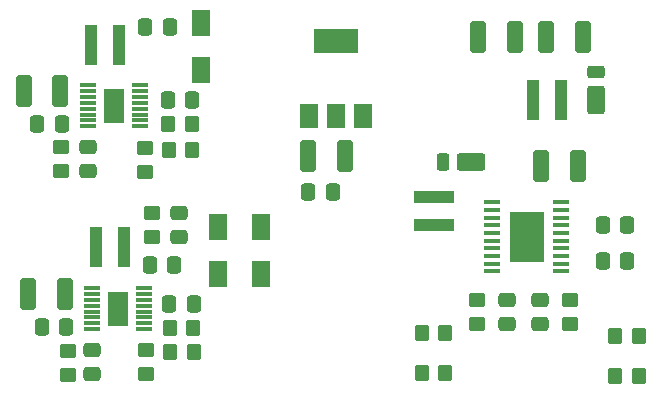
<source format=gbr>
%TF.GenerationSoftware,KiCad,Pcbnew,7.0.6-0*%
%TF.CreationDate,2024-01-22T13:27:35-05:00*%
%TF.ProjectId,regulators,72656775-6c61-4746-9f72-732e6b696361,rev?*%
%TF.SameCoordinates,Original*%
%TF.FileFunction,Paste,Top*%
%TF.FilePolarity,Positive*%
%FSLAX46Y46*%
G04 Gerber Fmt 4.6, Leading zero omitted, Abs format (unit mm)*
G04 Created by KiCad (PCBNEW 7.0.6-0) date 2024-01-22 13:27:35*
%MOMM*%
%LPD*%
G01*
G04 APERTURE LIST*
G04 Aperture macros list*
%AMRoundRect*
0 Rectangle with rounded corners*
0 $1 Rounding radius*
0 $2 $3 $4 $5 $6 $7 $8 $9 X,Y pos of 4 corners*
0 Add a 4 corners polygon primitive as box body*
4,1,4,$2,$3,$4,$5,$6,$7,$8,$9,$2,$3,0*
0 Add four circle primitives for the rounded corners*
1,1,$1+$1,$2,$3*
1,1,$1+$1,$4,$5*
1,1,$1+$1,$6,$7*
1,1,$1+$1,$8,$9*
0 Add four rect primitives between the rounded corners*
20,1,$1+$1,$2,$3,$4,$5,0*
20,1,$1+$1,$4,$5,$6,$7,0*
20,1,$1+$1,$6,$7,$8,$9,0*
20,1,$1+$1,$8,$9,$2,$3,0*%
G04 Aperture macros list end*
%ADD10RoundRect,0.250000X-0.475000X0.337500X-0.475000X-0.337500X0.475000X-0.337500X0.475000X0.337500X0*%
%ADD11RoundRect,0.250000X0.350000X0.450000X-0.350000X0.450000X-0.350000X-0.450000X0.350000X-0.450000X0*%
%ADD12R,1.425000X0.300000*%
%ADD13R,1.753000X2.947000*%
%ADD14R,0.980000X3.400000*%
%ADD15R,3.400000X0.980000*%
%ADD16RoundRect,0.250000X-0.500000X0.950000X-0.500000X-0.950000X0.500000X-0.950000X0.500000X0.950000X0*%
%ADD17RoundRect,0.250000X-0.500000X0.275000X-0.500000X-0.275000X0.500000X-0.275000X0.500000X0.275000X0*%
%ADD18RoundRect,0.250000X-0.412500X-1.100000X0.412500X-1.100000X0.412500X1.100000X-0.412500X1.100000X0*%
%ADD19RoundRect,0.250000X-0.337500X-0.475000X0.337500X-0.475000X0.337500X0.475000X-0.337500X0.475000X0*%
%ADD20RoundRect,0.250000X0.337500X0.475000X-0.337500X0.475000X-0.337500X-0.475000X0.337500X-0.475000X0*%
%ADD21R,1.600000X2.250000*%
%ADD22RoundRect,0.250000X-0.350000X-0.450000X0.350000X-0.450000X0.350000X0.450000X-0.350000X0.450000X0*%
%ADD23RoundRect,0.250000X-0.450000X0.350000X-0.450000X-0.350000X0.450000X-0.350000X0.450000X0.350000X0*%
%ADD24RoundRect,0.250000X0.450000X-0.350000X0.450000X0.350000X-0.450000X0.350000X-0.450000X-0.350000X0*%
%ADD25R,1.500000X2.000000*%
%ADD26R,3.800000X2.000000*%
%ADD27RoundRect,0.250000X-0.950000X-0.500000X0.950000X-0.500000X0.950000X0.500000X-0.950000X0.500000X0*%
%ADD28RoundRect,0.250000X-0.275000X-0.500000X0.275000X-0.500000X0.275000X0.500000X-0.275000X0.500000X0*%
%ADD29R,1.200000X1.140000*%
%ADD30R,1.450000X0.450000*%
%ADD31R,3.000000X4.200000*%
%ADD32RoundRect,0.250000X0.412500X1.100000X-0.412500X1.100000X-0.412500X-1.100000X0.412500X-1.100000X0*%
G04 APERTURE END LIST*
D10*
%TO.C,CN3*%
X77355500Y-80948500D03*
X77355500Y-83023500D03*
%TD*%
D11*
%TO.C,RFB1_1*%
X107311000Y-79499000D03*
X105311000Y-79499000D03*
%TD*%
D12*
%TO.C,IC1*%
X77025000Y-58515000D03*
X77025000Y-59015000D03*
X77025000Y-59515000D03*
X77025000Y-60015000D03*
X77025000Y-60515000D03*
X77025000Y-61015000D03*
X77025000Y-61515000D03*
X77025000Y-62015000D03*
X81449000Y-62015000D03*
X81449000Y-61515000D03*
X81449000Y-61015000D03*
X81449000Y-60515000D03*
X81449000Y-60015000D03*
X81449000Y-59515000D03*
X81449000Y-59015000D03*
X81449000Y-58515000D03*
D13*
X79237000Y-60265000D03*
%TD*%
D14*
%TO.C,L2_1*%
X117106000Y-59820000D03*
X114736000Y-59820000D03*
%TD*%
D11*
%TO.C,RP4*%
X85878000Y-63976000D03*
X83878000Y-63976000D03*
%TD*%
D15*
%TO.C,L1_1*%
X106311000Y-70361000D03*
X106311000Y-67991000D03*
%TD*%
D16*
%TO.C,D1*%
X120027000Y-59782000D03*
D17*
X120027000Y-57407000D03*
%TD*%
D18*
%TO.C,CP1*%
X71589500Y-59055000D03*
X74714500Y-59055000D03*
%TD*%
D19*
%TO.C,CVREF_1*%
X120640500Y-73409000D03*
X122715500Y-73409000D03*
%TD*%
D20*
%TO.C,CVREG_1*%
X122715500Y-70361000D03*
X120640500Y-70361000D03*
%TD*%
D21*
%TO.C,DP1*%
X86614000Y-53245000D03*
X86614000Y-57245000D03*
%TD*%
D22*
%TO.C,RP1*%
X83836000Y-61849000D03*
X85836000Y-61849000D03*
%TD*%
D19*
%TO.C,CN2*%
X83925500Y-77089000D03*
X86000500Y-77089000D03*
%TD*%
D23*
%TO.C,RP3*%
X81830000Y-63849000D03*
X81830000Y-65849000D03*
%TD*%
D11*
%TO.C,RFT1_1*%
X107295000Y-82928000D03*
X105295000Y-82928000D03*
%TD*%
D24*
%TO.C,RC2_1*%
X117868000Y-78721000D03*
X117868000Y-76721000D03*
%TD*%
D10*
%TO.C,CN5*%
X84709000Y-69320500D03*
X84709000Y-71395500D03*
%TD*%
D12*
%TO.C,IC2*%
X77376500Y-75692000D03*
X77376500Y-76192000D03*
X77376500Y-76692000D03*
X77376500Y-77192000D03*
X77376500Y-77692000D03*
X77376500Y-78192000D03*
X77376500Y-78692000D03*
X77376500Y-79192000D03*
X81800500Y-79192000D03*
X81800500Y-78692000D03*
X81800500Y-78192000D03*
X81800500Y-77692000D03*
X81800500Y-77192000D03*
X81800500Y-76692000D03*
X81800500Y-76192000D03*
X81800500Y-75692000D03*
D13*
X79588500Y-77442000D03*
%TD*%
D25*
%TO.C,U2*%
X95714000Y-61107000D03*
X98014000Y-61107000D03*
D26*
X98014000Y-54807000D03*
D25*
X100314000Y-61107000D03*
%TD*%
D20*
%TO.C,CP5*%
X83968500Y-53594000D03*
X81893500Y-53594000D03*
%TD*%
D14*
%TO.C,LP1*%
X77301000Y-55118000D03*
X79671000Y-55118000D03*
%TD*%
D22*
%TO.C,RFT2_1*%
X121694000Y-83182000D03*
X123694000Y-83182000D03*
%TD*%
D20*
%TO.C,CN4*%
X75205500Y-78994000D03*
X73130500Y-78994000D03*
%TD*%
D27*
%TO.C,D2*%
X109447000Y-65027000D03*
D28*
X107072000Y-65027000D03*
%TD*%
D22*
%TO.C,RN1*%
X83963000Y-79121000D03*
X85963000Y-79121000D03*
%TD*%
D10*
%TO.C,CC1_1*%
X112534000Y-76705000D03*
X112534000Y-78780000D03*
%TD*%
D24*
%TO.C,RN5*%
X82423000Y-71358000D03*
X82423000Y-69358000D03*
%TD*%
D10*
%TO.C,CP3*%
X77004000Y-63722000D03*
X77004000Y-65797000D03*
%TD*%
D18*
%TO.C,CN1*%
X71970500Y-76200000D03*
X75095500Y-76200000D03*
%TD*%
D23*
%TO.C,RN3*%
X81927500Y-80970000D03*
X81927500Y-82970000D03*
%TD*%
D11*
%TO.C,RN4*%
X85975500Y-81097000D03*
X83975500Y-81097000D03*
%TD*%
D21*
%TO.C,DN1*%
X91694000Y-74517000D03*
X91694000Y-70517000D03*
%TD*%
%TO.C,DN2*%
X88011000Y-70517000D03*
X88011000Y-74517000D03*
%TD*%
D20*
%TO.C,CP4*%
X74824500Y-61849000D03*
X72749500Y-61849000D03*
%TD*%
D18*
%TO.C,COUT2_1*%
X115797500Y-54486000D03*
X118922500Y-54486000D03*
%TD*%
D24*
%TO.C,RC1_1*%
X109994000Y-78721000D03*
X109994000Y-76721000D03*
%TD*%
D29*
%TO.C,U1*%
X113423000Y-69974000D03*
X113423000Y-71374000D03*
X113423000Y-72774000D03*
X114923000Y-69974000D03*
X114923000Y-71374000D03*
X114923000Y-72774000D03*
D30*
X111223000Y-68449000D03*
X111223000Y-69099000D03*
X111223000Y-69749000D03*
X111223000Y-70399000D03*
X111223000Y-71049000D03*
X111223000Y-71699000D03*
X111223000Y-72349000D03*
X111223000Y-72999000D03*
X111223000Y-73649000D03*
X111223000Y-74299000D03*
X117123000Y-74299000D03*
X117123000Y-73649000D03*
X117123000Y-72999000D03*
X117123000Y-72349000D03*
X117123000Y-71699000D03*
X117123000Y-71049000D03*
X117123000Y-70399000D03*
X117123000Y-69749000D03*
X117123000Y-69099000D03*
X117123000Y-68449000D03*
D31*
X114173000Y-71374000D03*
%TD*%
D14*
%TO.C,LN1*%
X77682000Y-72263000D03*
X80052000Y-72263000D03*
%TD*%
D18*
%TO.C,CIN_1*%
X115378000Y-65408000D03*
X118503000Y-65408000D03*
%TD*%
D32*
%TO.C,C1*%
X98776000Y-64561000D03*
X95651000Y-64561000D03*
%TD*%
D19*
%TO.C,CN6*%
X82274500Y-73787000D03*
X84349500Y-73787000D03*
%TD*%
D10*
%TO.C,CC2_1*%
X115328000Y-76705000D03*
X115328000Y-78780000D03*
%TD*%
D23*
%TO.C,RP2*%
X74718000Y-63770000D03*
X74718000Y-65770000D03*
%TD*%
D19*
%TO.C,CP2*%
X83798500Y-59817000D03*
X85873500Y-59817000D03*
%TD*%
D18*
%TO.C,COUT1_1*%
X110044000Y-54486000D03*
X113169000Y-54486000D03*
%TD*%
D20*
%TO.C,C2*%
X97781500Y-67609000D03*
X95706500Y-67609000D03*
%TD*%
D11*
%TO.C,RFB2_1*%
X123694000Y-79753000D03*
X121694000Y-79753000D03*
%TD*%
D23*
%TO.C,RN2*%
X75311000Y-81042000D03*
X75311000Y-83042000D03*
%TD*%
M02*

</source>
